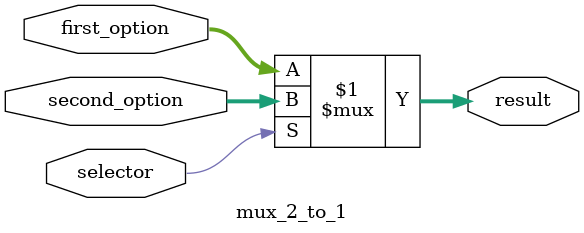
<source format=v>
module counter_4bit (clock,reset,load,enable,parallel_input,count,carryO);
    input clock , reset , load , enable;
    input [3:0] parallel_input;
    output reg [3:0] count;
    output carryO;
    always @(posedge clock)
    begin
        if(reset)
            count <= 0;
        else if(load)
            count <= parallel_input;
        else if(enable)
            count <= count + 1;
    end
    assign carryO = &{count};
endmodule

module comparator_11(first,second,lt,eq,gt);
    input [10:0] first ,second;
    output lt ,eq,gt;
    assign lt = (first < second);
    assign eq = (first == second);
    assign gt = (first > second);
endmodule

module register_10(parallel_in,clock,reset,load,parallel_out);
    input [9:0] parallel_in;
    input clock , reset , load;
    output reg [9:0] parallel_out;
    always @(posedge clock)
    begin
        if(reset)
            parallel_out <= 0;
        else if(load)
            parallel_out <= parallel_in ;
    end
endmodule

module register_11(parallel_in,clock,reset,load,parallel_out);
    input [10:0] parallel_in;
    input clock , reset , load;
    output reg [10:0] parallel_out;
    always @(posedge clock)
    begin
        if(reset)
            parallel_out <= 0;
        else if(load)
            parallel_out <= parallel_in ;
    end
endmodule

module subtractor_11(a , b , sub_result);
    input [10:0] a , b;
    output [10:0] sub_result;
    assign sub_result = a - b ;
endmodule

module mux_2_to_1(first_option,second_option , selector , result);
    input [10:0] first_option,second_option;
    input selector;
    output [10:0]result;
    assign result = (selector) ? second_option : first_option;
endmodule



</source>
